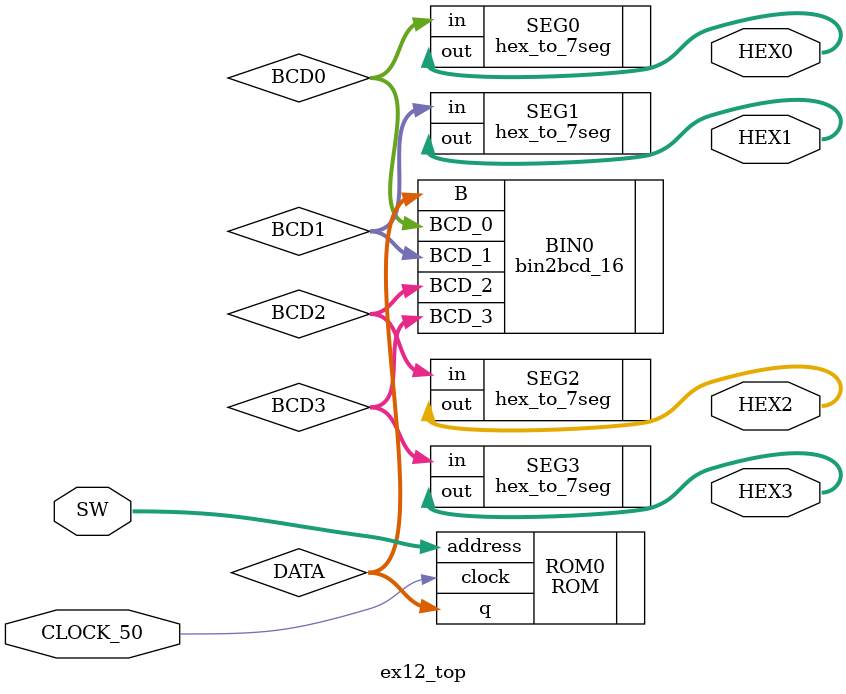
<source format=v>
module ex12_top (
	SW,
	CLOCK_50,
	HEX0,
	HEX1,
	HEX2,
	HEX3

);
	input [9:0] SW;
	input CLOCK_50;
	output [6:0] HEX0,HEX1,HEX2,HEX3;
	wire [9:0] DATA;
	wire [3:0] BCD0,BCD1,BCD2,BCD3;
	
	ROM ROM0 (
		.address(SW[9:0]),
		.clock(CLOCK_50),
		.q(DATA)
	);
	
	bin2bcd_16 BIN0 (
		.B(DATA),
		.BCD_0(BCD0),
		.BCD_1(BCD1),
		.BCD_2(BCD2),
		.BCD_3(BCD3)
	);
	
	
	
	hex_to_7seg SEG0 (.out(HEX0),.in(BCD0));
	hex_to_7seg SEG1 (.out(HEX1),.in(BCD1));
	hex_to_7seg SEG2 (.out(HEX2),.in(BCD2));
	hex_to_7seg SEG3 (.out(HEX3),.in(BCD3));
	


endmodule
</source>
